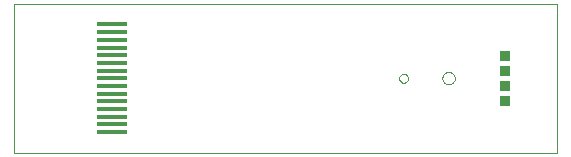
<source format=gbp>
G75*
G70*
%OFA0B0*%
%FSLAX24Y24*%
%IPPOS*%
%LPD*%
%AMOC8*
5,1,8,0,0,1.08239X$1,22.5*
%
%ADD10C,0.0000*%
%ADD11R,0.0350X0.0320*%
%ADD12R,0.1024X0.0138*%
D10*
X004510Y003979D02*
X004510Y008969D01*
X022630Y008969D01*
X022630Y003979D01*
X004510Y003979D01*
X017363Y006479D02*
X017365Y006503D01*
X017371Y006526D01*
X017380Y006548D01*
X017393Y006568D01*
X017408Y006586D01*
X017427Y006601D01*
X017448Y006613D01*
X017470Y006621D01*
X017493Y006626D01*
X017517Y006627D01*
X017541Y006624D01*
X017563Y006617D01*
X017585Y006607D01*
X017605Y006594D01*
X017622Y006577D01*
X017636Y006558D01*
X017647Y006537D01*
X017655Y006514D01*
X017659Y006491D01*
X017659Y006467D01*
X017655Y006444D01*
X017647Y006421D01*
X017636Y006400D01*
X017622Y006381D01*
X017605Y006364D01*
X017585Y006351D01*
X017563Y006341D01*
X017541Y006334D01*
X017517Y006331D01*
X017493Y006332D01*
X017470Y006337D01*
X017448Y006345D01*
X017427Y006357D01*
X017408Y006372D01*
X017393Y006390D01*
X017380Y006410D01*
X017371Y006432D01*
X017365Y006455D01*
X017363Y006479D01*
X018801Y006479D02*
X018803Y006507D01*
X018809Y006535D01*
X018818Y006561D01*
X018831Y006587D01*
X018847Y006610D01*
X018867Y006630D01*
X018889Y006648D01*
X018913Y006663D01*
X018939Y006674D01*
X018966Y006682D01*
X018994Y006686D01*
X019022Y006686D01*
X019050Y006682D01*
X019077Y006674D01*
X019103Y006663D01*
X019127Y006648D01*
X019149Y006630D01*
X019169Y006610D01*
X019185Y006587D01*
X019198Y006561D01*
X019207Y006535D01*
X019213Y006507D01*
X019215Y006479D01*
X019213Y006451D01*
X019207Y006423D01*
X019198Y006397D01*
X019185Y006371D01*
X019169Y006348D01*
X019149Y006328D01*
X019127Y006310D01*
X019103Y006295D01*
X019077Y006284D01*
X019050Y006276D01*
X019022Y006272D01*
X018994Y006272D01*
X018966Y006276D01*
X018939Y006284D01*
X018913Y006295D01*
X018889Y006310D01*
X018867Y006328D01*
X018847Y006348D01*
X018831Y006371D01*
X018818Y006397D01*
X018809Y006423D01*
X018803Y006451D01*
X018801Y006479D01*
D11*
X020885Y006229D03*
X020885Y005729D03*
X020885Y006729D03*
X020885Y007229D03*
D12*
X007791Y007247D03*
X007791Y006991D03*
X007791Y006735D03*
X007791Y006479D03*
X007791Y006224D03*
X007791Y005968D03*
X007791Y005712D03*
X007791Y005456D03*
X007791Y005200D03*
X007791Y004944D03*
X007791Y004688D03*
X007791Y007503D03*
X007791Y007759D03*
X007791Y008015D03*
X007791Y008271D03*
M02*

</source>
